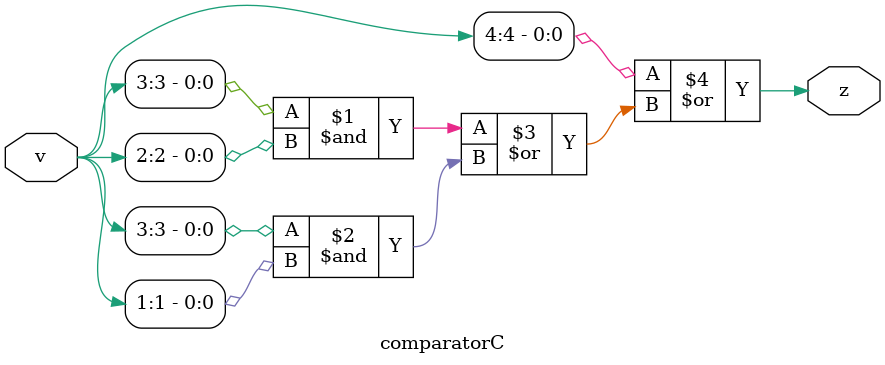
<source format=v>
module lab2_4 (input [17:0] SW, output [8:0] LEDR, LEDG, output [6:0] HEX1, HEX0, HEX4, HEX6);

  wire z1, z2;
  wire c1, c2, c3;
  wire [4:0] s;
  wire z;
  wire [3:0] m, aOut;

  assign LEDR[8:0] = SW[8:0];
  assign LEDG[8] = z1 | z2;
  assign LEDG[4:0] = s[4:0];

  comparator cmp1 (SW[3:0], z1);
  comparator cmp2 (SW[7:4], z2);

  fulladder fa1 (SW[0], SW[4], SW[8], s[0], c1);
  fulladder fa2 (SW[1], SW[5], c1, s[1], c2);
  fulladder fa3 (SW[2], SW[6], c2, s[2], c3);
  fulladder fa4 (SW[3], SW[7], c3, s[3], s[4]);

  comparatorC cmpC (s[4:0], z);
  cctA A (s[3:0], aOut);
  mux M (z, s[3:0], aOut, m);
  cctB B (z, HEX1);
  ssd bcd (m, HEX0);
  
  ssd aSSD (SW[3:0], HEX4);
  ssd bSSD (SW[7:4], HEX6);
  
endmodule

module fulladder (a, b, cIn, s, cOut);
  input a, b, cIn;
  output cOut, s;

  wire d;

  assign d = a ^ b;
  assign s = d ^ cIn;
  assign cOut = (b & ~d) | (d & cIn);
endmodule

module ssd (input [3:0] b, output [6:0] seg);
	 assign seg[0] = ((~b[3] & ~b[2] & ~b[1] &  b[0]) | (~b[3] &  b[2] & ~b[1] & ~b[0]));
	 assign seg[1] = ((~b[3] &  b[2] & ~b[1] &  b[0]) | (~b[3] &  b[2] &  b[1] & ~b[0]));
	 assign seg[2] =  (~b[3] & ~b[2] &  b[1] & ~b[0]);
	 assign seg[3] = ((~b[3] & ~b[2] & ~b[1] &  b[0]) | (~b[3] &  b[2] & ~b[1] & ~b[0]) | (~b[3] &  b[2] & b[1] & b[0]) | (b[3] & ~b[2] & ~b[1] & b[0]));
	 assign seg[4] = ~((~b[2] & ~b[0]) | (b[1] & ~b[0]));
	 assign seg[5] = ((~b[3] & ~b[2] & ~b[1] &  b[0]) | (~b[3] & ~b[2] &  b[1] & ~b[0]) | (~b[3] & ~b[2] & b[1] & b[0]) | (~b[3] & b[2] & b[1] & b[0]));
	 assign seg[6] = ((~b[3] & ~b[2] & ~b[1] &  b[0]) | (~b[3] & ~b[2] & ~b[1] & ~b[0]) | (~b[3] &  b[2] & b[1] & b[0]));

endmodule

module comparator (input [3:0] v, output z);
  assign z = (v[3] & (v[2] | v[1]));
endmodule

module cctA (input [3:0] v, output [3:0] a);
  assign a[0] = v[0];
  assign a[1] = ~v[1];
  assign a[2] = (~v[3] & ~v[1]) | (v[2] & v[1]);
  assign a[3] = (~v[3] & v[1]);
endmodule

module cctB (input z, output [6:0]ssd);
  assign ssd[6] = 1;
  assign ssd[5:4] = 2'b00;
  assign ssd[3:1] = {3{z}};
  assign ssd[0] = z;
endmodule

module mux (s, u, v, m);
  // if ~s, send U
  input s;
  input [3:0] u, v;
  output [3:0] m;

  assign m = ({4{~s}} & u) | ({4{s}} & v);
endmodule

module comparatorC (input [4:0] v, output z);
  assign z = v[4] | ((v[3] & v[2]) | (v[3] & v[1]));
endmodule
</source>
